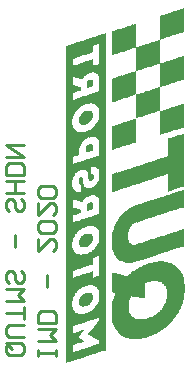
<source format=gbo>
G04*
G04 #@! TF.GenerationSoftware,Altium Limited,Altium Designer,19.0.10 (269)*
G04*
G04 Layer_Color=32896*
%FSLAX25Y25*%
%MOIN*%
G70*
G01*
G75*
%ADD10C,0.01000*%
G36*
X447357Y415189D02*
X446963D01*
Y415058D01*
X446307D01*
Y414926D01*
X445913D01*
Y414795D01*
X445519D01*
Y414664D01*
X445125D01*
Y414533D01*
X444731D01*
Y414401D01*
X444337D01*
Y414270D01*
X443943D01*
Y414139D01*
X443287D01*
Y413876D01*
X442499D01*
Y413745D01*
X442237D01*
Y413614D01*
X441843D01*
Y413482D01*
X441449D01*
Y413351D01*
X441055D01*
Y413220D01*
X440792D01*
Y413088D01*
X440398D01*
Y412957D01*
X439873D01*
Y412826D01*
X439611D01*
Y412694D01*
X439348D01*
Y420704D01*
X439742D01*
Y420835D01*
X440136D01*
Y420966D01*
X440530D01*
Y421097D01*
X440924D01*
Y421229D01*
X441318D01*
Y421360D01*
X441974D01*
Y421623D01*
X442105D01*
Y421491D01*
X442368D01*
Y421623D01*
X442630D01*
Y421754D01*
X443024D01*
Y421885D01*
X443418D01*
Y422016D01*
X443812D01*
Y422148D01*
X444206D01*
Y422279D01*
X444469D01*
Y422410D01*
X444994D01*
Y422542D01*
X445650D01*
Y422804D01*
X445782D01*
Y422673D01*
X446044D01*
Y422804D01*
X446438D01*
Y422935D01*
X446701D01*
Y423067D01*
X447094D01*
Y423198D01*
X447357D01*
Y415189D01*
D02*
G37*
G36*
X431470Y410200D02*
X431995D01*
Y410331D01*
X432258D01*
Y410462D01*
X432652D01*
Y410594D01*
X433046D01*
Y410725D01*
X433440D01*
Y410856D01*
X433834D01*
Y410988D01*
X434490D01*
Y411250D01*
X434621D01*
Y411119D01*
X434753D01*
Y411250D01*
X435147D01*
Y411381D01*
X435672D01*
Y411513D01*
X436066D01*
Y411644D01*
X436328D01*
Y411775D01*
X436722D01*
Y411907D01*
X437116D01*
Y412038D01*
X437510D01*
Y412169D01*
X438166D01*
Y412432D01*
X438298D01*
Y412300D01*
X438560D01*
Y412432D01*
X438823D01*
Y412563D01*
X439217D01*
Y412694D01*
X439348D01*
Y404817D01*
X439873D01*
Y404948D01*
X440136D01*
Y405079D01*
X440661D01*
Y405210D01*
X441055D01*
Y405342D01*
X441318D01*
Y405473D01*
X441711D01*
Y405604D01*
X442105D01*
Y405736D01*
X442237D01*
Y405604D01*
X442499D01*
Y405867D01*
X443156D01*
Y405998D01*
X443549D01*
Y406130D01*
X443943D01*
Y406261D01*
X444206D01*
Y406392D01*
X444600D01*
Y406524D01*
X444994D01*
Y406655D01*
X445388D01*
Y406786D01*
X445782D01*
Y406917D01*
X446175D01*
Y407049D01*
X446569D01*
Y407180D01*
X447226D01*
Y407311D01*
X447357D01*
Y399433D01*
X447094D01*
Y399302D01*
X446701D01*
Y399171D01*
X446307D01*
Y399040D01*
X446044D01*
Y398908D01*
X445650D01*
Y398777D01*
X445125D01*
Y398646D01*
X444731D01*
Y398514D01*
X444469D01*
Y398383D01*
X443812D01*
Y398120D01*
X443549D01*
Y398252D01*
X443418D01*
Y398120D01*
X443024D01*
Y397989D01*
X442630D01*
Y397858D01*
X442237D01*
Y397727D01*
X441974D01*
Y397595D01*
X441580D01*
Y397464D01*
X441186D01*
Y397333D01*
X440924D01*
Y397201D01*
X440004D01*
Y396939D01*
X439873D01*
Y397070D01*
X439742D01*
Y396939D01*
X439348D01*
Y389061D01*
X439085D01*
Y388930D01*
X438692D01*
Y388798D01*
X438429D01*
Y388667D01*
X438035D01*
Y388536D01*
X437641D01*
Y388405D01*
X437247D01*
Y388273D01*
X436853D01*
Y388142D01*
X436459D01*
Y388011D01*
X435803D01*
Y387879D01*
X435672D01*
Y387748D01*
X435540D01*
Y387879D01*
X435409D01*
Y387748D01*
X435015D01*
Y387617D01*
X434621D01*
Y387486D01*
X434359D01*
Y387354D01*
X433965D01*
Y387223D01*
X433571D01*
Y387092D01*
X433177D01*
Y386960D01*
X432914D01*
Y386829D01*
X432127D01*
Y386566D01*
X431995D01*
Y386698D01*
X431733D01*
Y386566D01*
X431470D01*
Y394444D01*
X431076D01*
Y394313D01*
X430682D01*
Y394182D01*
X430420D01*
Y394050D01*
X430026D01*
Y393919D01*
X429632D01*
Y393788D01*
X429369D01*
Y393656D01*
X428976D01*
Y393525D01*
X428582D01*
Y393394D01*
X428188D01*
Y393263D01*
X428056D01*
Y393394D01*
X427925D01*
Y393263D01*
X427794D01*
Y393131D01*
X427137D01*
Y393000D01*
X426612D01*
Y392869D01*
X426350D01*
Y392737D01*
X425956D01*
Y392606D01*
X425562D01*
Y392475D01*
X425299D01*
Y392343D01*
X424905D01*
Y392212D01*
X424511D01*
Y392081D01*
X424118D01*
Y391950D01*
X423855D01*
Y391818D01*
X423461D01*
Y399696D01*
X423592D01*
Y399827D01*
X423986D01*
Y399959D01*
X424380D01*
Y400090D01*
X424643D01*
Y400221D01*
X425037D01*
Y400353D01*
X425431D01*
Y400484D01*
X425693D01*
Y400615D01*
X426481D01*
Y400878D01*
X426612D01*
Y400746D01*
X426875D01*
Y400878D01*
X427269D01*
Y401009D01*
X427663D01*
Y401140D01*
X428056D01*
Y401272D01*
X428450D01*
Y401403D01*
X428713D01*
Y401534D01*
X429107D01*
Y401665D01*
X429501D01*
Y401797D01*
X430157D01*
Y402059D01*
X430289D01*
Y401928D01*
X430551D01*
Y402059D01*
X430945D01*
Y402191D01*
X431208D01*
Y402322D01*
X431470D01*
Y410069D01*
X430814D01*
Y409806D01*
X430682D01*
Y409937D01*
X430420D01*
Y409806D01*
X430026D01*
Y409675D01*
X429632D01*
Y409543D01*
X429369D01*
Y409412D01*
X428976D01*
Y409281D01*
X428582D01*
Y409149D01*
X428188D01*
Y409018D01*
X427794D01*
Y408887D01*
X427531D01*
Y408755D01*
X427137D01*
Y408624D01*
X427006D01*
Y408755D01*
X426744D01*
Y408493D01*
X426612D01*
Y408624D01*
X426481D01*
Y408493D01*
X426087D01*
Y408362D01*
X425562D01*
Y408230D01*
X425299D01*
Y408099D01*
X424905D01*
Y407968D01*
X424511D01*
Y407836D01*
X424118D01*
Y407705D01*
X423855D01*
Y407574D01*
X423461D01*
Y415452D01*
X423592D01*
Y415583D01*
X423986D01*
Y415714D01*
X424380D01*
Y415845D01*
X424643D01*
Y415977D01*
X425037D01*
Y416108D01*
X425168D01*
Y415977D01*
X425431D01*
Y416239D01*
X426218D01*
Y416371D01*
X426612D01*
Y416502D01*
X426875D01*
Y416633D01*
X427269D01*
Y416765D01*
X427663D01*
Y416896D01*
X428056D01*
Y417027D01*
X428450D01*
Y417159D01*
X428713D01*
Y417290D01*
X429107D01*
Y417421D01*
X429238D01*
Y417290D01*
X429369D01*
Y417421D01*
X429501D01*
Y417552D01*
X430157D01*
Y417815D01*
X430289D01*
Y417684D01*
X430682D01*
Y417815D01*
X430945D01*
Y417946D01*
X431339D01*
Y418078D01*
X431470D01*
Y410200D01*
D02*
G37*
G36*
X421229Y309102D02*
X421098D01*
Y309233D01*
X420835D01*
Y308970D01*
X420441D01*
Y308839D01*
X419785D01*
Y308708D01*
X419391D01*
Y308576D01*
X418997D01*
Y308445D01*
X418735D01*
Y308314D01*
X418341D01*
Y308182D01*
X417947D01*
Y308051D01*
X417553D01*
Y307920D01*
X417159D01*
Y307788D01*
X417028D01*
Y307920D01*
X416765D01*
Y307657D01*
X416109D01*
Y307526D01*
X415715D01*
Y307395D01*
X415321D01*
Y307263D01*
X414927D01*
Y307132D01*
X414664D01*
Y307001D01*
X414270D01*
Y306870D01*
X413876D01*
Y306738D01*
X413614D01*
Y306607D01*
X413220D01*
Y306476D01*
X412826D01*
Y306344D01*
X412038D01*
Y306213D01*
X411644D01*
Y306082D01*
X411251D01*
Y305950D01*
X410857D01*
Y305819D01*
X410594D01*
Y305688D01*
X410200D01*
Y305557D01*
X409806D01*
Y305425D01*
X409544D01*
Y305294D01*
X409150D01*
Y305163D01*
X408362D01*
Y304900D01*
X408099D01*
Y410725D01*
X408493D01*
Y410856D01*
X408756D01*
Y410988D01*
X409544D01*
Y411250D01*
X409675D01*
Y411119D01*
X409806D01*
Y411250D01*
X410200D01*
Y411381D01*
X410594D01*
Y411513D01*
X410988D01*
Y411644D01*
X411251D01*
Y411775D01*
X411644D01*
Y411907D01*
X412170D01*
Y412038D01*
X412564D01*
Y412169D01*
X413220D01*
Y412432D01*
X413351D01*
Y412300D01*
X413614D01*
Y412432D01*
X414008D01*
Y412563D01*
X414270D01*
Y412694D01*
X414664D01*
Y412826D01*
X415058D01*
Y412957D01*
X415321D01*
Y413088D01*
X415715D01*
Y413220D01*
X416109D01*
Y413351D01*
X416502D01*
Y413482D01*
X416896D01*
Y413614D01*
X417028D01*
Y413482D01*
X417290D01*
Y413745D01*
X417421D01*
Y413614D01*
X417553D01*
Y413745D01*
X417947D01*
Y413876D01*
X418341D01*
Y414007D01*
X418735D01*
Y414139D01*
X419128D01*
Y414270D01*
X419391D01*
Y414401D01*
X419785D01*
Y414533D01*
X420179D01*
Y414664D01*
X420835D01*
Y414926D01*
X420966D01*
Y414795D01*
X421098D01*
Y414926D01*
X421229D01*
Y309102D01*
D02*
G37*
G36*
X431470Y378557D02*
X431208D01*
Y378426D01*
X430814D01*
Y378295D01*
X430551D01*
Y378164D01*
X430157D01*
Y378032D01*
X429763D01*
Y377901D01*
X429369D01*
Y377769D01*
X429107D01*
Y377638D01*
X428319D01*
Y377376D01*
X428188D01*
Y377507D01*
X428056D01*
Y377376D01*
X427663D01*
Y377244D01*
X427137D01*
Y377113D01*
X426744D01*
Y376982D01*
X426481D01*
Y376851D01*
X426087D01*
Y376719D01*
X425693D01*
Y376588D01*
X425299D01*
Y376457D01*
X424643D01*
Y376194D01*
X424511D01*
Y376325D01*
X424249D01*
Y376194D01*
X423986D01*
Y376063D01*
X423592D01*
Y375931D01*
X423461D01*
Y383941D01*
X424118D01*
Y384072D01*
X424380D01*
Y384203D01*
X424774D01*
Y384334D01*
X425168D01*
Y384466D01*
X425562D01*
Y384597D01*
X425824D01*
Y384728D01*
X426218D01*
Y384860D01*
X426612D01*
Y384991D01*
X426744D01*
Y384860D01*
X426875D01*
Y385122D01*
X427794D01*
Y385254D01*
X428188D01*
Y385385D01*
X428450D01*
Y385516D01*
X428844D01*
Y385647D01*
X429238D01*
Y385779D01*
X429632D01*
Y385910D01*
X429895D01*
Y386041D01*
X430289D01*
Y386173D01*
X430682D01*
Y386304D01*
X430945D01*
Y386435D01*
X431470D01*
Y378557D01*
D02*
G37*
G36*
X447357Y383547D02*
X447226D01*
Y383415D01*
X446832D01*
Y383284D01*
X446438D01*
Y383153D01*
X446175D01*
Y383021D01*
X445650D01*
Y382890D01*
X445519D01*
Y383021D01*
X445256D01*
Y382759D01*
X444600D01*
Y382628D01*
X444206D01*
Y382496D01*
X443812D01*
Y382365D01*
X443418D01*
Y382234D01*
X443156D01*
Y382102D01*
X442762D01*
Y381971D01*
X442368D01*
Y381840D01*
X442105D01*
Y381708D01*
X441711D01*
Y381577D01*
X441186D01*
Y381446D01*
X440530D01*
Y381183D01*
X440398D01*
Y381315D01*
X440136D01*
Y381183D01*
X439742D01*
Y381052D01*
X439479D01*
Y380921D01*
X439348D01*
Y388930D01*
X440004D01*
Y389061D01*
X440267D01*
Y389192D01*
X440661D01*
Y389324D01*
X441186D01*
Y389455D01*
X441449D01*
Y389586D01*
X441843D01*
Y389718D01*
X442237D01*
Y389849D01*
X442630D01*
Y389980D01*
X442893D01*
Y390111D01*
X443287D01*
Y390243D01*
X443943D01*
Y390374D01*
X444337D01*
Y390505D01*
X444731D01*
Y390637D01*
X445125D01*
Y390768D01*
X445388D01*
Y390899D01*
X445913D01*
Y391031D01*
X446307D01*
Y391162D01*
X446701D01*
Y391293D01*
X446963D01*
Y391424D01*
X447357D01*
Y383547D01*
D02*
G37*
G36*
Y363721D02*
X447094D01*
Y363590D01*
X446307D01*
Y363327D01*
X446175D01*
Y363458D01*
X445913D01*
Y363327D01*
X445519D01*
Y363196D01*
X445125D01*
Y363064D01*
X444863D01*
Y362933D01*
X444469D01*
Y362802D01*
X444075D01*
Y362670D01*
X443812D01*
Y362539D01*
X443418D01*
Y362408D01*
X443024D01*
Y362277D01*
X442630D01*
Y362145D01*
X442499D01*
Y362277D01*
X442237D01*
Y362014D01*
X441843D01*
Y367791D01*
X441449D01*
Y367660D01*
X441055D01*
Y367528D01*
X440792D01*
Y367397D01*
X440398D01*
Y367266D01*
X439742D01*
Y367003D01*
X439611D01*
Y367134D01*
X439348D01*
Y367003D01*
X438954D01*
Y366872D01*
X438429D01*
Y366741D01*
X438166D01*
Y366609D01*
X437773D01*
Y366478D01*
X437379D01*
Y366347D01*
X437116D01*
Y366215D01*
X436722D01*
Y366084D01*
X435934D01*
Y365822D01*
X435803D01*
Y365953D01*
X435672D01*
Y365822D01*
X435278D01*
Y365690D01*
X434884D01*
Y365559D01*
X434490D01*
Y365428D01*
X434227D01*
Y365296D01*
X433834D01*
Y365165D01*
X433308D01*
Y365034D01*
X433046D01*
Y364902D01*
X432652D01*
Y364771D01*
X431864D01*
Y364509D01*
X431208D01*
Y364377D01*
X430814D01*
Y364246D01*
X430551D01*
Y364115D01*
X430157D01*
Y363983D01*
X429763D01*
Y363852D01*
X429369D01*
Y363721D01*
X429107D01*
Y363590D01*
X428582D01*
Y363458D01*
X428450D01*
Y363590D01*
X428188D01*
Y363327D01*
X428056D01*
Y363458D01*
X427925D01*
Y363327D01*
X427531D01*
Y363196D01*
X427137D01*
Y363064D01*
X426744D01*
Y362933D01*
X426481D01*
Y362802D01*
X426087D01*
Y362670D01*
X425693D01*
Y362539D01*
X425299D01*
Y362408D01*
X425037D01*
Y362277D01*
X424643D01*
Y362145D01*
X424511D01*
Y362277D01*
X424249D01*
Y362014D01*
X423592D01*
Y361883D01*
X423461D01*
Y367922D01*
X423724D01*
Y368054D01*
X424118D01*
Y368185D01*
X424774D01*
Y368447D01*
X424905D01*
Y368316D01*
X425168D01*
Y368447D01*
X425562D01*
Y368579D01*
X425824D01*
Y368710D01*
X426218D01*
Y368841D01*
X426612D01*
Y368973D01*
X427006D01*
Y369104D01*
X427400D01*
Y369235D01*
X427794D01*
Y369367D01*
X428188D01*
Y369498D01*
X428844D01*
Y369760D01*
X428976D01*
Y369629D01*
X429238D01*
Y369760D01*
X429632D01*
Y369892D01*
X429895D01*
Y370023D01*
X430289D01*
Y370154D01*
X430682D01*
Y370286D01*
X430945D01*
Y370417D01*
X431470D01*
Y370548D01*
X431864D01*
Y370679D01*
X432521D01*
Y370942D01*
X432652D01*
Y370811D01*
X432914D01*
Y370942D01*
X433308D01*
Y371073D01*
X433571D01*
Y371205D01*
X433965D01*
Y371336D01*
X434359D01*
Y371467D01*
X434753D01*
Y371599D01*
X435015D01*
Y371730D01*
X435409D01*
Y371861D01*
X435803D01*
Y371992D01*
X436591D01*
Y372255D01*
X437247D01*
Y372386D01*
X437641D01*
Y372518D01*
X438035D01*
Y372649D01*
X438429D01*
Y372780D01*
X438823D01*
Y372912D01*
X439085D01*
Y373043D01*
X439479D01*
Y373174D01*
X440136D01*
Y373437D01*
X440267D01*
Y373306D01*
X440530D01*
Y373568D01*
X441318D01*
Y373699D01*
X441711D01*
Y373831D01*
X441843D01*
Y379739D01*
X442105D01*
Y379870D01*
X442762D01*
Y380002D01*
X443287D01*
Y380133D01*
X443681D01*
Y380264D01*
X443943D01*
Y380396D01*
X444337D01*
Y380527D01*
X444731D01*
Y380658D01*
X445125D01*
Y380789D01*
X445388D01*
Y380921D01*
X445782D01*
Y381052D01*
X446569D01*
Y381183D01*
X446832D01*
Y381315D01*
X447226D01*
Y381446D01*
X447357D01*
Y363721D01*
D02*
G37*
G36*
Y357025D02*
X447226D01*
Y356762D01*
X447094D01*
Y356893D01*
X446832D01*
Y356631D01*
X446701D01*
Y356762D01*
X446569D01*
Y356631D01*
X446175D01*
Y356500D01*
X445782D01*
Y356368D01*
X445388D01*
Y356237D01*
X444994D01*
Y356106D01*
X444600D01*
Y355974D01*
X444206D01*
Y355843D01*
X443812D01*
Y355712D01*
X443156D01*
Y355449D01*
X443024D01*
Y355580D01*
X442762D01*
Y355449D01*
X442368D01*
Y355318D01*
X442105D01*
Y355187D01*
X441711D01*
Y355055D01*
X441318D01*
Y354924D01*
X440924D01*
Y354793D01*
X440661D01*
Y354661D01*
X440136D01*
Y354530D01*
X439742D01*
Y354399D01*
X439479D01*
Y354268D01*
X439348D01*
Y354399D01*
X439085D01*
Y354136D01*
X438429D01*
Y354005D01*
X438035D01*
Y353874D01*
X437641D01*
Y353742D01*
X437247D01*
Y353611D01*
X436853D01*
Y353480D01*
X436591D01*
Y353348D01*
X436197D01*
Y353217D01*
X435409D01*
Y352955D01*
X435278D01*
Y353086D01*
X435015D01*
Y352955D01*
X434621D01*
Y352823D01*
X434359D01*
Y352692D01*
X433965D01*
Y352561D01*
X433571D01*
Y352429D01*
X433177D01*
Y352298D01*
X432914D01*
Y352167D01*
X432521D01*
Y352035D01*
X432127D01*
Y351904D01*
X431864D01*
Y351773D01*
X431733D01*
Y351904D01*
X431470D01*
Y351642D01*
X430814D01*
Y351510D01*
X430551D01*
Y351248D01*
X430420D01*
Y351116D01*
X430157D01*
Y350985D01*
X430026D01*
Y350854D01*
X429895D01*
Y350723D01*
X429763D01*
Y350460D01*
X429632D01*
Y350329D01*
X429501D01*
Y350197D01*
X429369D01*
Y349803D01*
X429238D01*
Y349672D01*
X429107D01*
Y349278D01*
X428976D01*
Y348884D01*
X428844D01*
Y348622D01*
X428713D01*
Y347965D01*
X428582D01*
Y346521D01*
X428713D01*
Y345996D01*
X428844D01*
Y345602D01*
X428976D01*
Y345339D01*
X429107D01*
Y345077D01*
X429238D01*
Y344945D01*
X429369D01*
Y344814D01*
X429501D01*
Y344683D01*
X429763D01*
Y344551D01*
X430026D01*
Y344420D01*
X431339D01*
Y344551D01*
X431733D01*
Y344683D01*
X432127D01*
Y344814D01*
X432389D01*
Y344945D01*
X433177D01*
Y345077D01*
X433571D01*
Y345208D01*
X433965D01*
Y345339D01*
X434359D01*
Y345471D01*
X434753D01*
Y345602D01*
X435015D01*
Y345733D01*
X435409D01*
Y345865D01*
X435803D01*
Y345996D01*
X435934D01*
Y345865D01*
X436066D01*
Y346127D01*
X436853D01*
Y346258D01*
X437247D01*
Y346521D01*
X437379D01*
Y346390D01*
X437510D01*
Y346521D01*
X437904D01*
Y346652D01*
X438298D01*
Y346784D01*
X438823D01*
Y346915D01*
X439085D01*
Y347046D01*
X439479D01*
Y347178D01*
X439873D01*
Y347309D01*
X440136D01*
Y347440D01*
X440924D01*
Y347703D01*
X441055D01*
Y347571D01*
X441318D01*
Y347703D01*
X441711D01*
Y347834D01*
X441974D01*
Y347965D01*
X442368D01*
Y348096D01*
X442630D01*
Y348228D01*
X443024D01*
Y348359D01*
X443549D01*
Y348490D01*
X443943D01*
Y348622D01*
X444206D01*
Y348753D01*
X444994D01*
Y349016D01*
X445125D01*
Y348884D01*
X445256D01*
Y349016D01*
X445650D01*
Y349147D01*
X446044D01*
Y349278D01*
X446438D01*
Y349410D01*
X446701D01*
Y349541D01*
X447094D01*
Y349672D01*
X447357D01*
Y343764D01*
X446701D01*
Y343633D01*
X446307D01*
Y343501D01*
X446044D01*
Y343370D01*
X445519D01*
Y343239D01*
X445125D01*
Y343107D01*
X444731D01*
Y342976D01*
X444469D01*
Y342845D01*
X443812D01*
Y342582D01*
X443681D01*
Y342713D01*
X443418D01*
Y342582D01*
X443024D01*
Y342451D01*
X442630D01*
Y342319D01*
X442237D01*
Y342188D01*
X441974D01*
Y342057D01*
X441580D01*
Y341926D01*
X441186D01*
Y341794D01*
X440792D01*
Y341663D01*
X440398D01*
Y341532D01*
X440004D01*
Y341400D01*
X439873D01*
Y341532D01*
X439742D01*
Y341269D01*
X438954D01*
Y341138D01*
X438560D01*
Y341006D01*
X438298D01*
Y340875D01*
X437904D01*
Y340744D01*
X437510D01*
Y340613D01*
X437116D01*
Y340481D01*
X436853D01*
Y340350D01*
X436459D01*
Y340219D01*
X435934D01*
Y340088D01*
X435672D01*
Y339956D01*
X434884D01*
Y339694D01*
X434753D01*
Y339825D01*
X434621D01*
Y339694D01*
X434227D01*
Y339562D01*
X433834D01*
Y339431D01*
X433440D01*
Y339300D01*
X433177D01*
Y339168D01*
X432783D01*
Y339037D01*
X432389D01*
Y338906D01*
X432258D01*
Y339037D01*
X432127D01*
Y338906D01*
X431995D01*
Y338774D01*
X431208D01*
Y338643D01*
X430814D01*
Y338512D01*
X430289D01*
Y338381D01*
X429501D01*
Y338249D01*
X428188D01*
Y338381D01*
X427531D01*
Y338512D01*
X427137D01*
Y338643D01*
X426875D01*
Y338774D01*
X426350D01*
Y339037D01*
X426218D01*
Y338906D01*
X426087D01*
Y339037D01*
X425824D01*
Y339168D01*
X425693D01*
Y339431D01*
X425431D01*
Y339562D01*
X425299D01*
Y339694D01*
X425037D01*
Y339825D01*
X424905D01*
Y339956D01*
X424774D01*
Y340219D01*
X424643D01*
Y340350D01*
X424511D01*
Y340481D01*
X424380D01*
Y340875D01*
X424249D01*
Y341006D01*
X424118D01*
Y341269D01*
X423986D01*
Y341532D01*
X423855D01*
Y341794D01*
X423724D01*
Y342188D01*
X423592D01*
Y342582D01*
X423461D01*
Y342976D01*
X423330D01*
Y343501D01*
X423199D01*
Y347440D01*
X423330D01*
Y348096D01*
X423461D01*
Y348753D01*
X423592D01*
Y349016D01*
X423724D01*
Y349410D01*
X423855D01*
Y349803D01*
X423986D01*
Y350197D01*
X424118D01*
Y350591D01*
X424249D01*
Y350723D01*
X424380D01*
Y351248D01*
X424511D01*
Y351510D01*
X424643D01*
Y351773D01*
X424774D01*
Y351904D01*
X424905D01*
Y352167D01*
X425037D01*
Y352429D01*
X425168D01*
Y352561D01*
X425299D01*
Y352823D01*
X425431D01*
Y352955D01*
X425562D01*
Y353086D01*
X425693D01*
Y353480D01*
X425824D01*
Y353611D01*
X425956D01*
Y353742D01*
X426087D01*
Y354005D01*
X426350D01*
Y354268D01*
X426612D01*
Y354530D01*
X426875D01*
Y354793D01*
X427006D01*
Y354924D01*
X427269D01*
Y355187D01*
X427400D01*
Y355318D01*
X427663D01*
Y355580D01*
X427925D01*
Y355712D01*
X428188D01*
Y355974D01*
X428450D01*
Y356106D01*
X428582D01*
Y356237D01*
X428713D01*
Y356368D01*
X428976D01*
Y356500D01*
X429369D01*
Y356631D01*
X429501D01*
Y356762D01*
X429763D01*
Y356893D01*
X430026D01*
Y357025D01*
X430289D01*
Y357156D01*
X430551D01*
Y357287D01*
X430682D01*
Y357419D01*
X431076D01*
Y357550D01*
X431470D01*
Y357681D01*
X431864D01*
Y357812D01*
X432521D01*
Y358075D01*
X432652D01*
Y357944D01*
X432914D01*
Y358075D01*
X433440D01*
Y358206D01*
X433702D01*
Y358338D01*
X434096D01*
Y358469D01*
X434490D01*
Y358600D01*
X434753D01*
Y358732D01*
X435147D01*
Y358863D01*
X435540D01*
Y358994D01*
X435934D01*
Y359125D01*
X436591D01*
Y359388D01*
X436722D01*
Y359257D01*
X436985D01*
Y359388D01*
X437247D01*
Y359519D01*
X437641D01*
Y359651D01*
X438166D01*
Y359782D01*
X438560D01*
Y359913D01*
X438823D01*
Y360045D01*
X439217D01*
Y360176D01*
X439611D01*
Y360307D01*
X440267D01*
Y360438D01*
X440661D01*
Y360570D01*
X441055D01*
Y360701D01*
X441318D01*
Y360832D01*
X441711D01*
Y360964D01*
X442105D01*
Y361095D01*
X442499D01*
Y361226D01*
X442893D01*
Y361357D01*
X443287D01*
Y361489D01*
X443681D01*
Y361620D01*
X444337D01*
Y361883D01*
X445125D01*
Y362014D01*
X445388D01*
Y362145D01*
X445782D01*
Y362277D01*
X446175D01*
Y362408D01*
X446569D01*
Y362539D01*
X446832D01*
Y362670D01*
X447226D01*
Y362802D01*
X447357D01*
Y357025D01*
D02*
G37*
G36*
X440792Y338643D02*
X441580D01*
Y338512D01*
X441974D01*
Y338643D01*
X442105D01*
Y338381D01*
X442762D01*
Y338249D01*
X443024D01*
Y338118D01*
X443418D01*
Y337987D01*
X443549D01*
Y337855D01*
X443812D01*
Y337724D01*
X443943D01*
Y337593D01*
X444337D01*
Y337330D01*
X444469D01*
Y337199D01*
X444600D01*
Y337330D01*
X444731D01*
Y337068D01*
X444994D01*
Y336805D01*
X445125D01*
Y336674D01*
X445256D01*
Y336543D01*
X445388D01*
Y336411D01*
X445519D01*
Y336280D01*
X445650D01*
Y336149D01*
X445782D01*
Y336017D01*
X445913D01*
Y335755D01*
X446175D01*
Y335492D01*
X446307D01*
Y335098D01*
X446438D01*
Y334967D01*
X446569D01*
Y334704D01*
X446701D01*
Y334442D01*
X446832D01*
Y334179D01*
X446963D01*
Y333785D01*
X447094D01*
Y333523D01*
X447226D01*
Y332997D01*
X447357D01*
Y332604D01*
X447488D01*
Y331291D01*
X447751D01*
Y328402D01*
X447488D01*
Y326827D01*
X447357D01*
Y326301D01*
X447226D01*
Y325907D01*
X447094D01*
Y325514D01*
X446963D01*
Y324988D01*
X446832D01*
Y324726D01*
X446701D01*
Y324332D01*
X446569D01*
Y323938D01*
X446438D01*
Y323807D01*
X446307D01*
Y323282D01*
X446175D01*
Y323019D01*
X446044D01*
Y322756D01*
X445913D01*
Y322494D01*
X445782D01*
Y322231D01*
X445650D01*
Y321969D01*
X445519D01*
Y321706D01*
X445388D01*
Y321575D01*
X445256D01*
Y321312D01*
X445125D01*
Y321181D01*
X444994D01*
Y320787D01*
X444731D01*
Y320524D01*
X444600D01*
Y320262D01*
X444469D01*
Y320130D01*
X444337D01*
Y319999D01*
X444206D01*
Y319868D01*
X444075D01*
Y319605D01*
X443943D01*
Y319474D01*
X443812D01*
Y319211D01*
X443549D01*
Y318949D01*
X443418D01*
Y318817D01*
X443287D01*
Y318686D01*
X443156D01*
Y318555D01*
X443024D01*
Y318424D01*
X442893D01*
Y318292D01*
X442762D01*
Y318161D01*
X442630D01*
Y318030D01*
X442499D01*
Y317898D01*
X442368D01*
Y317767D01*
X442237D01*
Y317636D01*
X442105D01*
Y317505D01*
X441974D01*
Y317373D01*
X441843D01*
Y317242D01*
X441711D01*
Y317111D01*
X441580D01*
Y316979D01*
X441318D01*
Y316848D01*
X441186D01*
Y316717D01*
X441055D01*
Y316585D01*
X440792D01*
Y316454D01*
X440661D01*
Y316323D01*
X440530D01*
Y316192D01*
X440267D01*
Y316060D01*
X440136D01*
Y315929D01*
X439873D01*
Y315798D01*
X439742D01*
Y315666D01*
X439611D01*
Y315535D01*
X439217D01*
Y315272D01*
X439085D01*
Y315141D01*
X438954D01*
Y315272D01*
X438823D01*
Y315141D01*
X438560D01*
Y315010D01*
X438429D01*
Y314879D01*
X438166D01*
Y314747D01*
X437904D01*
Y314616D01*
X437641D01*
Y314485D01*
X437379D01*
Y314353D01*
X437116D01*
Y314222D01*
X436591D01*
Y313960D01*
X436459D01*
Y314091D01*
X436328D01*
Y313960D01*
X435934D01*
Y313828D01*
X435672D01*
Y313697D01*
X435278D01*
Y313566D01*
X434884D01*
Y313434D01*
X434490D01*
Y313303D01*
X434096D01*
Y313172D01*
X433440D01*
Y313040D01*
X432914D01*
Y312909D01*
X429369D01*
Y313040D01*
X428844D01*
Y313172D01*
X428450D01*
Y313303D01*
X428056D01*
Y313434D01*
X427794D01*
Y313566D01*
X427400D01*
Y313697D01*
X427137D01*
Y313828D01*
X427006D01*
Y313960D01*
X426875D01*
Y314091D01*
X426744D01*
Y313960D01*
X426612D01*
Y314091D01*
X426481D01*
Y314222D01*
X426218D01*
Y314353D01*
X426087D01*
Y314485D01*
X425956D01*
Y314616D01*
X425824D01*
Y314747D01*
X425693D01*
Y314879D01*
X425562D01*
Y315010D01*
X425431D01*
Y315141D01*
X425299D01*
Y315272D01*
X425168D01*
Y315535D01*
X424905D01*
Y315798D01*
X424774D01*
Y315929D01*
X424643D01*
Y316060D01*
X424511D01*
Y316323D01*
X424380D01*
Y316585D01*
X424249D01*
Y316848D01*
X424118D01*
Y317111D01*
X423986D01*
Y317505D01*
X423855D01*
Y317767D01*
X423724D01*
Y318030D01*
X423592D01*
Y318424D01*
X423461D01*
Y318817D01*
X423330D01*
Y319343D01*
X423199D01*
Y324201D01*
X423330D01*
Y324857D01*
X423461D01*
Y325514D01*
X423592D01*
Y325776D01*
X423724D01*
Y326301D01*
X423855D01*
Y326695D01*
X423986D01*
Y326958D01*
X424118D01*
Y327352D01*
X424249D01*
Y327614D01*
X424380D01*
Y328402D01*
X423592D01*
Y328533D01*
X423461D01*
Y334836D01*
X423592D01*
Y334704D01*
X423724D01*
Y334836D01*
X424118D01*
Y334967D01*
X424380D01*
Y334836D01*
X424905D01*
Y334704D01*
X425299D01*
Y334573D01*
X426087D01*
Y334442D01*
X426481D01*
Y334310D01*
X426875D01*
Y334179D01*
X427400D01*
Y334048D01*
X427794D01*
Y333916D01*
X428450D01*
Y334048D01*
X428582D01*
Y334179D01*
X428713D01*
Y334310D01*
X428844D01*
Y334442D01*
X428976D01*
Y334573D01*
X429107D01*
Y334704D01*
X429238D01*
Y334836D01*
X429369D01*
Y334704D01*
X429501D01*
Y334967D01*
X429632D01*
Y335098D01*
X429763D01*
Y335229D01*
X430026D01*
Y335361D01*
X430157D01*
Y335492D01*
X430289D01*
Y335623D01*
X430551D01*
Y335755D01*
X430945D01*
Y336149D01*
X431076D01*
Y336017D01*
X431208D01*
Y336149D01*
X431470D01*
Y336411D01*
X431864D01*
Y336543D01*
X432127D01*
Y336674D01*
X432258D01*
Y336805D01*
X432389D01*
Y336936D01*
X432652D01*
Y337068D01*
X433177D01*
Y337330D01*
X433308D01*
Y337199D01*
X433571D01*
Y337330D01*
X433702D01*
Y337461D01*
X433965D01*
Y337593D01*
X434359D01*
Y337724D01*
X434621D01*
Y337855D01*
X434884D01*
Y337987D01*
X435278D01*
Y338118D01*
X435672D01*
Y338249D01*
X436066D01*
Y338381D01*
X437116D01*
Y338643D01*
X437247D01*
Y338512D01*
X437641D01*
Y338643D01*
X438692D01*
Y338774D01*
X440792D01*
Y338643D01*
D02*
G37*
%LPC*%
G36*
X439348Y404685D02*
X438692D01*
Y404554D01*
X438429D01*
Y404423D01*
X438035D01*
Y404291D01*
X437641D01*
Y404160D01*
X437247D01*
Y404029D01*
X436853D01*
Y403898D01*
X436591D01*
Y403766D01*
X436197D01*
Y403635D01*
X436066D01*
Y403766D01*
X435934D01*
Y403504D01*
X435015D01*
Y403372D01*
X434621D01*
Y403241D01*
X434359D01*
Y403110D01*
X433965D01*
Y402979D01*
X433571D01*
Y402847D01*
X433177D01*
Y402716D01*
X432914D01*
Y402585D01*
X432521D01*
Y402453D01*
X432127D01*
Y402322D01*
X431864D01*
Y402191D01*
X431470D01*
Y394444D01*
X431995D01*
Y394576D01*
X432258D01*
Y394707D01*
X432652D01*
Y394838D01*
X433046D01*
Y394969D01*
X433440D01*
Y395101D01*
X433834D01*
Y395232D01*
X434096D01*
Y395363D01*
X434227D01*
Y395232D01*
X434490D01*
Y395495D01*
X435147D01*
Y395626D01*
X435540D01*
Y395757D01*
X435934D01*
Y395888D01*
X436328D01*
Y396020D01*
X436722D01*
Y396151D01*
X437116D01*
Y396282D01*
X437510D01*
Y396414D01*
X437773D01*
Y396545D01*
X438166D01*
Y396676D01*
X438560D01*
Y396808D01*
X439217D01*
Y397070D01*
X439348D01*
Y404685D01*
D02*
G37*
G36*
X419128Y411250D02*
X418603D01*
Y411119D01*
X418209D01*
Y410988D01*
X417815D01*
Y410856D01*
X417421D01*
Y410725D01*
X417159D01*
Y410594D01*
X417028D01*
Y408493D01*
X416765D01*
Y408362D01*
X416371D01*
Y408230D01*
X416109D01*
Y408099D01*
X415715D01*
Y407968D01*
X415190D01*
Y407836D01*
X414927D01*
Y407705D01*
X414533D01*
Y407574D01*
X413745D01*
Y407311D01*
X413614D01*
Y407443D01*
X413483D01*
Y407311D01*
X413089D01*
Y407180D01*
X412695D01*
Y407049D01*
X412432D01*
Y406917D01*
X412038D01*
Y406786D01*
X411644D01*
Y406655D01*
X411251D01*
Y406524D01*
X410857D01*
Y406392D01*
X410463D01*
Y406261D01*
X410200D01*
Y404160D01*
X410725D01*
Y404291D01*
X411513D01*
Y404554D01*
X411644D01*
Y404423D01*
X411907D01*
Y404554D01*
X412301D01*
Y404685D01*
X412564D01*
Y404817D01*
X412957D01*
Y404948D01*
X413351D01*
Y405079D01*
X413745D01*
Y405210D01*
X414008D01*
Y405342D01*
X414402D01*
Y405473D01*
X414796D01*
Y405604D01*
X415583D01*
Y405867D01*
X416371D01*
Y405998D01*
X416634D01*
Y406130D01*
X417028D01*
Y404160D01*
X417421D01*
Y404291D01*
X418209D01*
Y404554D01*
X418341D01*
Y404423D01*
X418603D01*
Y404554D01*
X418997D01*
Y404817D01*
X419128D01*
Y411250D01*
D02*
G37*
G36*
X417421Y401797D02*
X416502D01*
Y401665D01*
X416109D01*
Y401534D01*
X415715D01*
Y401403D01*
X415321D01*
Y401272D01*
X415190D01*
Y401140D01*
X414927D01*
Y401009D01*
X414664D01*
Y400746D01*
X414402D01*
Y400615D01*
X414139D01*
Y400353D01*
X413876D01*
Y400090D01*
X413745D01*
Y399959D01*
X413614D01*
Y399696D01*
X413483D01*
Y399565D01*
X413351D01*
Y399433D01*
X413220D01*
Y399565D01*
X413089D01*
Y399433D01*
X412957D01*
Y399696D01*
X412170D01*
Y399827D01*
X411644D01*
Y399959D01*
X411251D01*
Y400090D01*
X410857D01*
Y400221D01*
X410331D01*
Y400090D01*
X410200D01*
Y397595D01*
X410594D01*
Y397464D01*
X410988D01*
Y397333D01*
X411513D01*
Y397201D01*
X412038D01*
Y397070D01*
X412432D01*
Y396939D01*
X412826D01*
Y395757D01*
X412695D01*
Y395626D01*
X412038D01*
Y395495D01*
X411644D01*
Y395363D01*
X411251D01*
Y395232D01*
X410857D01*
Y395101D01*
X410594D01*
Y394969D01*
X410200D01*
Y392737D01*
X410857D01*
Y393000D01*
X410988D01*
Y392869D01*
X411119D01*
Y393000D01*
X411513D01*
Y393131D01*
X411907D01*
Y393263D01*
X412301D01*
Y393394D01*
X412564D01*
Y393525D01*
X413089D01*
Y393656D01*
X413483D01*
Y393788D01*
X413745D01*
Y393919D01*
X414533D01*
Y394182D01*
X414664D01*
Y394050D01*
X414927D01*
Y394313D01*
X415583D01*
Y394444D01*
X415977D01*
Y394576D01*
X416371D01*
Y394707D01*
X416634D01*
Y394838D01*
X417028D01*
Y394969D01*
X417421D01*
Y395101D01*
X417815D01*
Y395232D01*
X418209D01*
Y395363D01*
X418341D01*
Y395232D01*
X418603D01*
Y395495D01*
X419128D01*
Y400090D01*
X418997D01*
Y400484D01*
X418866D01*
Y400746D01*
X418735D01*
Y400878D01*
X418603D01*
Y401140D01*
X418472D01*
Y401272D01*
X418209D01*
Y401403D01*
X418078D01*
Y401534D01*
X417815D01*
Y401665D01*
X417421D01*
Y401797D01*
D02*
G37*
G36*
X416502Y391556D02*
X415846D01*
Y391424D01*
X415190D01*
Y391293D01*
X414796D01*
Y391162D01*
X414402D01*
Y391031D01*
X414008D01*
Y390899D01*
X413745D01*
Y390768D01*
X413614D01*
Y390637D01*
X413220D01*
Y390505D01*
X412957D01*
Y390374D01*
X412826D01*
Y390243D01*
X412564D01*
Y389980D01*
X412432D01*
Y389849D01*
X412170D01*
Y389718D01*
X412038D01*
Y389455D01*
X411907D01*
Y389324D01*
X411776D01*
Y389192D01*
X411644D01*
Y389061D01*
X411382D01*
Y388798D01*
X411251D01*
Y388667D01*
X411119D01*
Y388405D01*
X410988D01*
Y388273D01*
X410857D01*
Y387879D01*
X410725D01*
Y387748D01*
X410594D01*
Y387354D01*
X410463D01*
Y387092D01*
X410331D01*
Y386566D01*
X410200D01*
Y386173D01*
X410069D01*
Y384203D01*
X410200D01*
Y383809D01*
X410331D01*
Y383547D01*
X410463D01*
Y383284D01*
X410594D01*
Y383021D01*
X410725D01*
Y382890D01*
X410857D01*
Y382759D01*
X410988D01*
Y382628D01*
X411119D01*
Y382496D01*
X411251D01*
Y382365D01*
X411382D01*
Y382234D01*
X411644D01*
Y382102D01*
X412038D01*
Y381971D01*
X412432D01*
Y381840D01*
X413745D01*
Y381971D01*
X414270D01*
Y382102D01*
X414664D01*
Y382234D01*
X415058D01*
Y382365D01*
X415452D01*
Y382628D01*
X415977D01*
Y382759D01*
X416240D01*
Y383021D01*
X416502D01*
Y383153D01*
X416634D01*
Y383284D01*
X416765D01*
Y383415D01*
X417028D01*
Y383547D01*
X417159D01*
Y383678D01*
X417290D01*
Y383809D01*
X417421D01*
Y383941D01*
X417553D01*
Y384072D01*
X417684D01*
Y384203D01*
X417815D01*
Y384466D01*
X417947D01*
Y384597D01*
X418078D01*
Y384860D01*
X418209D01*
Y384991D01*
X418341D01*
Y385122D01*
X418472D01*
Y385385D01*
X418603D01*
Y385647D01*
X418735D01*
Y385910D01*
X418866D01*
Y386304D01*
X418997D01*
Y386698D01*
X419128D01*
Y389455D01*
X418997D01*
Y389718D01*
X418866D01*
Y389980D01*
X418735D01*
Y390374D01*
X418472D01*
Y390637D01*
X418209D01*
Y390768D01*
X418078D01*
Y390899D01*
X417947D01*
Y391031D01*
X417815D01*
Y391162D01*
X417553D01*
Y391293D01*
X417159D01*
Y391424D01*
X416502D01*
Y391556D01*
D02*
G37*
G36*
X417815Y380264D02*
X415846D01*
Y380002D01*
X415715D01*
Y380133D01*
X415452D01*
Y380002D01*
X415190D01*
Y379870D01*
X414927D01*
Y379739D01*
X414796D01*
Y379608D01*
X414664D01*
Y379476D01*
X414402D01*
Y379345D01*
X414270D01*
Y379214D01*
X414139D01*
Y379082D01*
X413876D01*
Y378951D01*
X413745D01*
Y378820D01*
X413614D01*
Y378557D01*
X413483D01*
Y378426D01*
X413351D01*
Y378295D01*
X413220D01*
Y378032D01*
X413089D01*
Y377901D01*
X412957D01*
Y377638D01*
X412826D01*
Y377376D01*
X412695D01*
Y376982D01*
X412564D01*
Y376457D01*
X412432D01*
Y374224D01*
X412038D01*
Y374093D01*
X411776D01*
Y373962D01*
X411119D01*
Y373831D01*
X410988D01*
Y373699D01*
X410857D01*
Y373831D01*
X410725D01*
Y373699D01*
X410331D01*
Y373437D01*
X410200D01*
Y371336D01*
X410725D01*
Y371467D01*
X411119D01*
Y371599D01*
X411382D01*
Y371730D01*
X411776D01*
Y371861D01*
X412170D01*
Y371992D01*
X412826D01*
Y372255D01*
X413614D01*
Y372386D01*
X414008D01*
Y372518D01*
X414270D01*
Y372649D01*
X414796D01*
Y372780D01*
X415190D01*
Y372912D01*
X415452D01*
Y373043D01*
X415846D01*
Y373174D01*
X416502D01*
Y373437D01*
X416634D01*
Y373306D01*
X416896D01*
Y373568D01*
X417684D01*
Y373699D01*
X417947D01*
Y373831D01*
X418341D01*
Y373962D01*
X418735D01*
Y374093D01*
X419128D01*
Y378689D01*
X418997D01*
Y379082D01*
X418866D01*
Y379345D01*
X418735D01*
Y379476D01*
X418603D01*
Y379608D01*
X418472D01*
Y379870D01*
X418341D01*
Y380002D01*
X418078D01*
Y380133D01*
X417815D01*
Y380264D01*
D02*
G37*
G36*
X417553Y370286D02*
X416896D01*
Y370154D01*
X416371D01*
Y370023D01*
X416240D01*
Y368054D01*
X416765D01*
Y367922D01*
X416896D01*
Y367791D01*
X417028D01*
Y367660D01*
X417159D01*
Y367134D01*
X417290D01*
Y367003D01*
X417159D01*
Y366347D01*
X417028D01*
Y366084D01*
X416896D01*
Y365822D01*
X416765D01*
Y365690D01*
X416634D01*
Y365559D01*
X415715D01*
Y365822D01*
X415583D01*
Y366347D01*
X415452D01*
Y367266D01*
X415321D01*
Y368316D01*
X415190D01*
Y368447D01*
X415058D01*
Y368710D01*
X414927D01*
Y368973D01*
X414796D01*
Y369104D01*
X414664D01*
Y369235D01*
X414402D01*
Y369367D01*
X413089D01*
Y369235D01*
X412564D01*
Y369104D01*
X412432D01*
Y368973D01*
X412038D01*
Y368710D01*
X411776D01*
Y368579D01*
X411644D01*
Y368447D01*
X411513D01*
Y368316D01*
X411382D01*
Y368185D01*
X411119D01*
Y367922D01*
X410988D01*
Y367791D01*
X410857D01*
Y367397D01*
X410725D01*
Y367134D01*
X410594D01*
Y367003D01*
X410463D01*
Y366741D01*
X410331D01*
Y366347D01*
X410200D01*
Y365822D01*
X410069D01*
Y363721D01*
X410200D01*
Y363458D01*
X410331D01*
Y363196D01*
X410463D01*
Y362933D01*
X410594D01*
Y362670D01*
X410725D01*
Y362539D01*
X410857D01*
Y362277D01*
X411119D01*
Y362145D01*
X411251D01*
Y362014D01*
X411776D01*
Y361883D01*
X412432D01*
Y362014D01*
X412826D01*
Y362145D01*
X412957D01*
Y364377D01*
X412564D01*
Y364509D01*
X412301D01*
Y364771D01*
X412170D01*
Y366347D01*
X412301D01*
Y366478D01*
X412432D01*
Y366741D01*
X412564D01*
Y366872D01*
X412695D01*
Y367003D01*
X413351D01*
Y366741D01*
X413483D01*
Y366609D01*
X413614D01*
Y365034D01*
X413745D01*
Y364509D01*
X413876D01*
Y364246D01*
X414008D01*
Y363983D01*
X414139D01*
Y363721D01*
X414270D01*
Y363590D01*
X414402D01*
Y363458D01*
X414533D01*
Y363327D01*
X414796D01*
Y363196D01*
X416240D01*
Y363327D01*
X416502D01*
Y363458D01*
X416765D01*
Y363590D01*
X417028D01*
Y363721D01*
X417290D01*
Y363852D01*
X417421D01*
Y363983D01*
X417684D01*
Y364115D01*
X417815D01*
Y364377D01*
X418078D01*
Y364640D01*
X418209D01*
Y364771D01*
X418341D01*
Y364902D01*
X418472D01*
Y365165D01*
X418603D01*
Y365296D01*
X418735D01*
Y365690D01*
X418866D01*
Y365953D01*
X418997D01*
Y366215D01*
X419128D01*
Y368973D01*
X418997D01*
Y369104D01*
X418866D01*
Y369498D01*
X418735D01*
Y369629D01*
X418472D01*
Y369892D01*
X418209D01*
Y370023D01*
X417947D01*
Y370154D01*
X417553D01*
Y370286D01*
D02*
G37*
G36*
Y360832D02*
X416371D01*
Y360701D01*
X415583D01*
Y360438D01*
X415452D01*
Y360570D01*
X415321D01*
Y360438D01*
X415058D01*
Y360307D01*
X414927D01*
Y360176D01*
X414796D01*
Y360045D01*
X414664D01*
Y359913D01*
X414402D01*
Y359782D01*
X414270D01*
Y359651D01*
X414139D01*
Y359519D01*
X413876D01*
Y359257D01*
X413745D01*
Y359125D01*
X413614D01*
Y358732D01*
X413351D01*
Y358600D01*
X412957D01*
Y358732D01*
X412564D01*
Y358863D01*
X412170D01*
Y358994D01*
X411776D01*
Y359125D01*
X411382D01*
Y359257D01*
X410988D01*
Y359388D01*
X410200D01*
Y356631D01*
X410725D01*
Y356500D01*
X411644D01*
Y356237D01*
X411907D01*
Y356368D01*
X412038D01*
Y356237D01*
X412564D01*
Y356106D01*
X412826D01*
Y354924D01*
X412564D01*
Y354793D01*
X412170D01*
Y354661D01*
X411907D01*
Y354530D01*
X411513D01*
Y354399D01*
X410857D01*
Y354136D01*
X410200D01*
Y351904D01*
X410725D01*
Y352035D01*
X411119D01*
Y352167D01*
X411382D01*
Y352298D01*
X411907D01*
Y352429D01*
X412564D01*
Y352561D01*
X412695D01*
Y352692D01*
X412826D01*
Y352561D01*
X412957D01*
Y352823D01*
X413745D01*
Y352955D01*
X414008D01*
Y353086D01*
X414402D01*
Y353217D01*
X414796D01*
Y353348D01*
X415190D01*
Y353480D01*
X415452D01*
Y353611D01*
X415846D01*
Y353742D01*
X416634D01*
Y354005D01*
X417421D01*
Y354136D01*
X417815D01*
Y354268D01*
X418078D01*
Y354399D01*
X418472D01*
Y354530D01*
X418866D01*
Y354661D01*
X419128D01*
Y359257D01*
X418997D01*
Y359651D01*
X418866D01*
Y359913D01*
X418735D01*
Y360176D01*
X418472D01*
Y360438D01*
X418341D01*
Y360570D01*
X418209D01*
Y360438D01*
X418078D01*
Y360701D01*
X417553D01*
Y360832D01*
D02*
G37*
G36*
X416765Y350591D02*
X415715D01*
Y350460D01*
X415058D01*
Y350329D01*
X414270D01*
Y350066D01*
X414139D01*
Y350197D01*
X414008D01*
Y350066D01*
X413745D01*
Y349935D01*
X413614D01*
Y349803D01*
X413351D01*
Y349672D01*
X413089D01*
Y349541D01*
X412957D01*
Y349410D01*
X412695D01*
Y349278D01*
X412564D01*
Y349147D01*
X412432D01*
Y349016D01*
X412038D01*
Y348753D01*
X411907D01*
Y348622D01*
X411776D01*
Y348490D01*
X411644D01*
Y348228D01*
X411513D01*
Y348096D01*
X411382D01*
Y347965D01*
X411251D01*
Y347834D01*
X411119D01*
Y347571D01*
X410988D01*
Y347309D01*
X410857D01*
Y347046D01*
X410725D01*
Y346784D01*
X410594D01*
Y346521D01*
X410463D01*
Y346258D01*
X410331D01*
Y345865D01*
X410200D01*
Y345208D01*
X410069D01*
Y343370D01*
X410200D01*
Y342976D01*
X410331D01*
Y342713D01*
X410463D01*
Y342451D01*
X410594D01*
Y342319D01*
X410725D01*
Y342057D01*
X410857D01*
Y341794D01*
X411119D01*
Y341532D01*
X411251D01*
Y341400D01*
X411513D01*
Y341269D01*
X411776D01*
Y341138D01*
X412695D01*
Y340875D01*
X413351D01*
Y341138D01*
X414533D01*
Y341269D01*
X414927D01*
Y341400D01*
X415321D01*
Y341532D01*
X415452D01*
Y341663D01*
X415715D01*
Y341794D01*
X415977D01*
Y341926D01*
X416109D01*
Y342057D01*
X416502D01*
Y342319D01*
X416634D01*
Y342451D01*
X416896D01*
Y342713D01*
X417290D01*
Y342976D01*
X417553D01*
Y343239D01*
X417684D01*
Y343370D01*
X417815D01*
Y343633D01*
X417947D01*
Y343764D01*
X418078D01*
Y343895D01*
X418209D01*
Y344158D01*
X418341D01*
Y344289D01*
X418472D01*
Y344551D01*
X418603D01*
Y344814D01*
X418735D01*
Y345077D01*
X418866D01*
Y345471D01*
X418997D01*
Y345733D01*
X419128D01*
Y348753D01*
X418997D01*
Y348884D01*
X418866D01*
Y349147D01*
X418735D01*
Y349410D01*
X418603D01*
Y349541D01*
X418472D01*
Y349672D01*
X418341D01*
Y349803D01*
X418209D01*
Y349935D01*
X418078D01*
Y350066D01*
X417947D01*
Y350197D01*
X417815D01*
Y350329D01*
X417290D01*
Y350460D01*
X416765D01*
Y350591D01*
D02*
G37*
G36*
X419128Y340613D02*
X418735D01*
Y340481D01*
X418472D01*
Y340350D01*
X418078D01*
Y340219D01*
X417684D01*
Y340088D01*
X417421D01*
Y339956D01*
X417028D01*
Y337724D01*
X416634D01*
Y337593D01*
X416240D01*
Y337461D01*
X415583D01*
Y337199D01*
X415452D01*
Y337330D01*
X415190D01*
Y337199D01*
X414796D01*
Y337068D01*
X414402D01*
Y336936D01*
X414008D01*
Y336805D01*
X413614D01*
Y336674D01*
X413351D01*
Y336543D01*
X412957D01*
Y336411D01*
X412564D01*
Y336280D01*
X411907D01*
Y336149D01*
X411513D01*
Y335886D01*
X411382D01*
Y336017D01*
X411119D01*
Y335886D01*
X410857D01*
Y335755D01*
X410463D01*
Y335623D01*
X410200D01*
Y333391D01*
X410725D01*
Y333523D01*
X411119D01*
Y333654D01*
X411382D01*
Y333785D01*
X411776D01*
Y333916D01*
X412170D01*
Y334048D01*
X412564D01*
Y334179D01*
X412826D01*
Y334310D01*
X413220D01*
Y334442D01*
X413614D01*
Y334573D01*
X414270D01*
Y334836D01*
X414402D01*
Y334704D01*
X414664D01*
Y334836D01*
X415190D01*
Y334967D01*
X415452D01*
Y335098D01*
X415846D01*
Y335229D01*
X416240D01*
Y335361D01*
X416502D01*
Y335492D01*
X416896D01*
Y335623D01*
X417028D01*
Y333391D01*
X417290D01*
Y333523D01*
X417684D01*
Y333654D01*
X418078D01*
Y333785D01*
X418472D01*
Y333916D01*
X418866D01*
Y334048D01*
X419128D01*
Y340613D01*
D02*
G37*
G36*
X416896Y330897D02*
X415452D01*
Y330765D01*
X414927D01*
Y330634D01*
X414533D01*
Y330503D01*
X414270D01*
Y330371D01*
X413876D01*
Y330240D01*
X413614D01*
Y330109D01*
X413351D01*
Y329978D01*
X413220D01*
Y329846D01*
X413089D01*
Y329715D01*
X412826D01*
Y329584D01*
X412695D01*
Y329452D01*
X412432D01*
Y329321D01*
X412301D01*
Y329190D01*
X412038D01*
Y328927D01*
X411907D01*
Y328796D01*
X411776D01*
Y328665D01*
X411644D01*
Y328533D01*
X411513D01*
Y328271D01*
X411382D01*
Y328139D01*
X411119D01*
Y327746D01*
X410857D01*
Y327220D01*
X410725D01*
Y327089D01*
X410594D01*
Y326827D01*
X410463D01*
Y326433D01*
X410331D01*
Y326039D01*
X410200D01*
Y325514D01*
X410069D01*
Y323675D01*
X410200D01*
Y323150D01*
X410331D01*
Y322888D01*
X410463D01*
Y322625D01*
X410594D01*
Y322494D01*
X410725D01*
Y322231D01*
X410857D01*
Y321969D01*
X411119D01*
Y321706D01*
X411513D01*
Y321575D01*
X411907D01*
Y321312D01*
X414402D01*
Y321575D01*
X414533D01*
Y321443D01*
X414664D01*
Y321575D01*
X414796D01*
Y321706D01*
X415321D01*
Y321837D01*
X415583D01*
Y321969D01*
X415846D01*
Y322100D01*
X416109D01*
Y322231D01*
X416371D01*
Y322362D01*
X416502D01*
Y322625D01*
X416896D01*
Y322888D01*
X417159D01*
Y323150D01*
X417421D01*
Y323282D01*
X417553D01*
Y323544D01*
X417815D01*
Y323807D01*
X417947D01*
Y324069D01*
X418078D01*
Y324201D01*
X418209D01*
Y324463D01*
X418341D01*
Y324594D01*
X418472D01*
Y324726D01*
X418603D01*
Y324988D01*
X418735D01*
Y325382D01*
X418866D01*
Y325645D01*
X418997D01*
Y326039D01*
X419128D01*
Y328927D01*
X418997D01*
Y329059D01*
X418866D01*
Y329321D01*
X418735D01*
Y329584D01*
X418603D01*
Y329715D01*
X418472D01*
Y329978D01*
X418341D01*
Y330109D01*
X418209D01*
Y330240D01*
X417947D01*
Y330371D01*
X417815D01*
Y330503D01*
X417684D01*
Y330634D01*
X417421D01*
Y330765D01*
X416896D01*
Y330897D01*
D02*
G37*
G36*
X419128Y319999D02*
X418735D01*
Y319868D01*
X418341D01*
Y319737D01*
X417947D01*
Y319605D01*
X417553D01*
Y319474D01*
X417290D01*
Y319343D01*
X416896D01*
Y319211D01*
X416109D01*
Y319080D01*
X415846D01*
Y318949D01*
X415452D01*
Y318817D01*
X415058D01*
Y318686D01*
X414796D01*
Y318555D01*
X414270D01*
Y318424D01*
X413876D01*
Y318292D01*
X413220D01*
Y318030D01*
X412432D01*
Y317898D01*
X412038D01*
Y317767D01*
X411776D01*
Y317636D01*
X411382D01*
Y317505D01*
X410988D01*
Y317373D01*
X410725D01*
Y317242D01*
X410331D01*
Y317111D01*
X410200D01*
Y314879D01*
X410463D01*
Y315010D01*
X411251D01*
Y315141D01*
X411513D01*
Y315404D01*
X411644D01*
Y315272D01*
X411907D01*
Y315404D01*
X412301D01*
Y315535D01*
X412564D01*
Y315666D01*
X412957D01*
Y315798D01*
X413351D01*
Y315929D01*
X413745D01*
Y316060D01*
X414008D01*
Y315929D01*
X413876D01*
Y315666D01*
X413745D01*
Y315535D01*
X413614D01*
Y315272D01*
X413483D01*
Y315141D01*
X413351D01*
Y315010D01*
X413220D01*
Y314879D01*
X413089D01*
Y314616D01*
X412957D01*
Y314485D01*
X412826D01*
Y314353D01*
X412695D01*
Y314222D01*
X412564D01*
Y313960D01*
X412432D01*
Y313828D01*
X412301D01*
Y313697D01*
X412170D01*
Y313303D01*
X412432D01*
Y313172D01*
X412564D01*
Y313040D01*
X412826D01*
Y312909D01*
X412957D01*
Y312778D01*
X413220D01*
Y312647D01*
X413351D01*
Y312515D01*
X413745D01*
Y312384D01*
X413876D01*
Y312253D01*
X414139D01*
Y312121D01*
X413876D01*
Y311990D01*
X413614D01*
Y311859D01*
X413220D01*
Y311727D01*
X412432D01*
Y311596D01*
X412038D01*
Y311465D01*
X411644D01*
Y311333D01*
X411251D01*
Y311202D01*
X410857D01*
Y311071D01*
X410594D01*
Y310940D01*
X410200D01*
Y308576D01*
X410725D01*
Y308708D01*
X411119D01*
Y308839D01*
X411382D01*
Y308970D01*
X411776D01*
Y309102D01*
X412170D01*
Y309233D01*
X412564D01*
Y309364D01*
X412826D01*
Y309495D01*
X413220D01*
Y309627D01*
X413745D01*
Y309758D01*
X414008D01*
Y309889D01*
X414139D01*
Y309758D01*
X414402D01*
Y310021D01*
X415190D01*
Y310152D01*
X415452D01*
Y310283D01*
X415846D01*
Y310415D01*
X416240D01*
Y310546D01*
X416502D01*
Y310677D01*
X416896D01*
Y310808D01*
X417290D01*
Y310940D01*
X417947D01*
Y311202D01*
X418209D01*
Y311071D01*
X418341D01*
Y311202D01*
X418472D01*
Y311333D01*
X419128D01*
Y312384D01*
X418866D01*
Y312515D01*
X418472D01*
Y312647D01*
X418209D01*
Y312909D01*
X417815D01*
Y313040D01*
X417684D01*
Y313172D01*
X417421D01*
Y313303D01*
X417159D01*
Y313434D01*
X417028D01*
Y313566D01*
X416765D01*
Y313697D01*
X416502D01*
Y313828D01*
X416240D01*
Y314091D01*
X416109D01*
Y313960D01*
X415977D01*
Y314222D01*
X415452D01*
Y314353D01*
X415321D01*
Y314616D01*
X415452D01*
Y314879D01*
X415583D01*
Y315010D01*
X415715D01*
Y315141D01*
X415846D01*
Y315272D01*
X415977D01*
Y315535D01*
X416109D01*
Y315666D01*
X416240D01*
Y315798D01*
X416502D01*
Y316192D01*
X416634D01*
Y316323D01*
X416896D01*
Y316585D01*
X417028D01*
Y316717D01*
X417159D01*
Y316848D01*
X417290D01*
Y316979D01*
X417421D01*
Y317242D01*
X417553D01*
Y317505D01*
X417815D01*
Y317636D01*
X417947D01*
Y317898D01*
X418078D01*
Y318030D01*
X418209D01*
Y318161D01*
X418341D01*
Y318292D01*
X418472D01*
Y318555D01*
X418603D01*
Y318686D01*
X418735D01*
Y318817D01*
X418866D01*
Y318949D01*
X418997D01*
Y319080D01*
X419128D01*
Y319999D01*
D02*
G37*
%LPD*%
G36*
X416896Y399171D02*
X417028D01*
Y397201D01*
X416765D01*
Y396939D01*
X416634D01*
Y397070D01*
X416371D01*
Y396939D01*
X416109D01*
Y396808D01*
X415715D01*
Y396676D01*
X415190D01*
Y396545D01*
X414927D01*
Y398383D01*
X415058D01*
Y398777D01*
X415321D01*
Y399040D01*
X415452D01*
Y399171D01*
X415583D01*
Y399302D01*
X416896D01*
Y399171D01*
D02*
G37*
G36*
X416240Y388798D02*
X416502D01*
Y388667D01*
X416634D01*
Y388405D01*
X416765D01*
Y388273D01*
X416896D01*
Y387879D01*
X417028D01*
Y386829D01*
X416896D01*
Y386566D01*
X416765D01*
Y386304D01*
X416634D01*
Y386041D01*
X416502D01*
Y385779D01*
X416371D01*
Y385647D01*
X416240D01*
Y385516D01*
X416109D01*
Y385254D01*
X415846D01*
Y385122D01*
X415715D01*
Y384991D01*
X415583D01*
Y384860D01*
X415321D01*
Y384728D01*
X415058D01*
Y384597D01*
X414927D01*
Y384466D01*
X414533D01*
Y384334D01*
X413089D01*
Y384466D01*
X412826D01*
Y384728D01*
X412564D01*
Y384991D01*
X412432D01*
Y385385D01*
X412301D01*
Y386566D01*
X412432D01*
Y386829D01*
X412564D01*
Y387354D01*
X412826D01*
Y387617D01*
X412957D01*
Y387879D01*
X413220D01*
Y388142D01*
X413483D01*
Y388273D01*
X413614D01*
Y388405D01*
X413745D01*
Y388536D01*
X414008D01*
Y388667D01*
X414139D01*
Y388798D01*
X414533D01*
Y388930D01*
X416240D01*
Y388798D01*
D02*
G37*
G36*
X416502Y377901D02*
X416765D01*
Y377769D01*
X416896D01*
Y377638D01*
X417028D01*
Y375800D01*
X416896D01*
Y375669D01*
X416502D01*
Y375537D01*
X416109D01*
Y375406D01*
X415846D01*
Y375275D01*
X415452D01*
Y375144D01*
X414796D01*
Y374881D01*
X414533D01*
Y376851D01*
X414664D01*
Y377113D01*
X414796D01*
Y377244D01*
X414927D01*
Y377376D01*
X415058D01*
Y377507D01*
X415321D01*
Y377638D01*
X415452D01*
Y377769D01*
X415715D01*
Y377901D01*
X416240D01*
Y378032D01*
X416502D01*
Y377901D01*
D02*
G37*
G36*
Y358469D02*
X416765D01*
Y358338D01*
X416896D01*
Y358206D01*
X417028D01*
Y356237D01*
X416634D01*
Y356106D01*
X416240D01*
Y355974D01*
X415846D01*
Y355843D01*
X415583D01*
Y355712D01*
X414927D01*
Y357681D01*
X415058D01*
Y357944D01*
X415190D01*
Y358075D01*
X415321D01*
Y358206D01*
X415583D01*
Y358338D01*
X415846D01*
Y358469D01*
X416371D01*
Y358600D01*
X416502D01*
Y358469D01*
D02*
G37*
G36*
X416109Y347965D02*
X416371D01*
Y347834D01*
X416502D01*
Y347703D01*
X416765D01*
Y347440D01*
X416896D01*
Y347046D01*
X417028D01*
Y345996D01*
X416896D01*
Y345602D01*
X416765D01*
Y345339D01*
X416634D01*
Y345077D01*
X416502D01*
Y344945D01*
X416371D01*
Y344683D01*
X416109D01*
Y344420D01*
X415977D01*
Y344289D01*
X415846D01*
Y344158D01*
X415715D01*
Y344026D01*
X415452D01*
Y343895D01*
X415321D01*
Y344026D01*
X415190D01*
Y343764D01*
X414796D01*
Y343633D01*
X414402D01*
Y343501D01*
X413220D01*
Y343633D01*
X412957D01*
Y343764D01*
X412564D01*
Y344158D01*
X412432D01*
Y344551D01*
X412301D01*
Y345602D01*
X412432D01*
Y345996D01*
X412564D01*
Y346390D01*
X412695D01*
Y346521D01*
X412826D01*
Y346784D01*
X412957D01*
Y346915D01*
X413089D01*
Y347178D01*
X413351D01*
Y347309D01*
X413483D01*
Y347440D01*
X413614D01*
Y347571D01*
X413745D01*
Y347703D01*
X414139D01*
Y347834D01*
X414402D01*
Y347965D01*
X414796D01*
Y348096D01*
X416109D01*
Y347965D01*
D02*
G37*
G36*
X415846Y328271D02*
X416371D01*
Y328139D01*
X416502D01*
Y328008D01*
X416634D01*
Y327877D01*
X416765D01*
Y327614D01*
X416896D01*
Y327220D01*
X417028D01*
Y326301D01*
X416896D01*
Y325907D01*
X416765D01*
Y325514D01*
X416634D01*
Y325251D01*
X416371D01*
Y324988D01*
X416240D01*
Y324857D01*
X416109D01*
Y324594D01*
X415846D01*
Y324332D01*
X415715D01*
Y324463D01*
X415583D01*
Y324332D01*
X415452D01*
Y324201D01*
X415190D01*
Y324069D01*
X414927D01*
Y323938D01*
X414664D01*
Y323807D01*
X414139D01*
Y323675D01*
X413351D01*
Y323807D01*
X412957D01*
Y323938D01*
X412826D01*
Y324069D01*
X412695D01*
Y324201D01*
X412564D01*
Y324332D01*
X412432D01*
Y324726D01*
X412301D01*
Y325776D01*
X412432D01*
Y326170D01*
X412564D01*
Y326695D01*
X412695D01*
Y326827D01*
X412826D01*
Y326958D01*
X412957D01*
Y327220D01*
X413089D01*
Y327352D01*
X413220D01*
Y327483D01*
X413351D01*
Y327614D01*
X413614D01*
Y327746D01*
X413745D01*
Y327877D01*
X414008D01*
Y328008D01*
X414270D01*
Y328271D01*
X414402D01*
Y328139D01*
X414664D01*
Y328271D01*
X415190D01*
Y328402D01*
X415846D01*
Y328271D01*
D02*
G37*
%LPC*%
G36*
X438035Y332341D02*
X437510D01*
Y332210D01*
X436459D01*
Y332078D01*
X435934D01*
Y331947D01*
X435540D01*
Y331816D01*
X435147D01*
Y331684D01*
X434753D01*
Y331553D01*
X434490D01*
Y331422D01*
X434359D01*
Y326827D01*
X434227D01*
Y326695D01*
X433834D01*
Y326564D01*
X432914D01*
Y326695D01*
X432258D01*
Y326827D01*
X431733D01*
Y326958D01*
X431076D01*
Y327089D01*
X430026D01*
Y327220D01*
X429763D01*
Y327089D01*
X429632D01*
Y326827D01*
X429501D01*
Y326695D01*
X429369D01*
Y326039D01*
X429107D01*
Y325251D01*
X428976D01*
Y324463D01*
X428844D01*
Y322888D01*
X428976D01*
Y322362D01*
X429107D01*
Y321706D01*
X429369D01*
Y321181D01*
X429501D01*
Y321049D01*
X429632D01*
Y320918D01*
X429763D01*
Y320656D01*
X430026D01*
Y320393D01*
X430289D01*
Y320130D01*
X430551D01*
Y319999D01*
X430814D01*
Y319868D01*
X431076D01*
Y319737D01*
X431470D01*
Y319605D01*
X431864D01*
Y319474D01*
X434096D01*
Y319605D01*
X434753D01*
Y319737D01*
X435147D01*
Y319868D01*
X435540D01*
Y319999D01*
X435803D01*
Y320130D01*
X436328D01*
Y320393D01*
X436853D01*
Y320524D01*
X437116D01*
Y320656D01*
X437247D01*
Y320787D01*
X437641D01*
Y321049D01*
X437904D01*
Y321181D01*
X438035D01*
Y321312D01*
X438298D01*
Y321443D01*
X438429D01*
Y321575D01*
X438560D01*
Y321706D01*
X438823D01*
Y321837D01*
X438954D01*
Y321969D01*
X439085D01*
Y322100D01*
X439217D01*
Y322231D01*
X439348D01*
Y322362D01*
X439479D01*
Y322494D01*
X439611D01*
Y322625D01*
X439742D01*
Y322756D01*
X439873D01*
Y323019D01*
X440004D01*
Y323150D01*
X440136D01*
Y323413D01*
X440267D01*
Y323544D01*
X440398D01*
Y323807D01*
X440530D01*
Y323938D01*
X440661D01*
Y324201D01*
X440792D01*
Y324463D01*
X440924D01*
Y324594D01*
X441055D01*
Y324988D01*
X441186D01*
Y325120D01*
X441318D01*
Y325776D01*
X441449D01*
Y326170D01*
X441580D01*
Y326301D01*
X441711D01*
Y329452D01*
X441580D01*
Y329584D01*
X441449D01*
Y329846D01*
X441318D01*
Y330371D01*
X441186D01*
Y330503D01*
X441055D01*
Y330634D01*
X440924D01*
Y330765D01*
X440792D01*
Y331028D01*
X440661D01*
Y331159D01*
X440530D01*
Y331291D01*
X440267D01*
Y331422D01*
X440136D01*
Y331684D01*
X439873D01*
Y331816D01*
X439611D01*
Y331947D01*
X439217D01*
Y332078D01*
X438823D01*
Y332210D01*
X438035D01*
Y332341D01*
D02*
G37*
%LPD*%
D10*
X404498Y307124D02*
Y309123D01*
Y308123D01*
X398500D01*
Y307124D01*
Y309123D01*
Y312122D02*
X404498D01*
X402499Y314121D01*
X404498Y316121D01*
X398500D01*
X404498Y318120D02*
X398500D01*
Y321119D01*
X399500Y322119D01*
X403498D01*
X404498Y321119D01*
Y318120D01*
X401499Y330116D02*
Y334115D01*
X398500Y346111D02*
Y342112D01*
X402499Y346111D01*
X403498D01*
X404498Y345111D01*
Y343112D01*
X403498Y342112D01*
Y348110D02*
X404498Y349110D01*
Y351109D01*
X403498Y352109D01*
X399500D01*
X398500Y351109D01*
Y349110D01*
X399500Y348110D01*
X403498D01*
X398500Y358107D02*
Y354108D01*
X402499Y358107D01*
X403498D01*
X404498Y357107D01*
Y355108D01*
X403498Y354108D01*
Y360106D02*
X404498Y361106D01*
Y363106D01*
X403498Y364105D01*
X399500D01*
X398500Y363106D01*
Y361106D01*
X399500Y360106D01*
X403498D01*
X389000Y311499D02*
X392998D01*
X393998Y310499D01*
Y308500D01*
X392998Y307500D01*
X389000D01*
X388000Y308500D01*
Y310499D01*
X389999Y309499D02*
X388000Y311499D01*
Y310499D02*
X389000Y311499D01*
X393998Y313498D02*
X389000D01*
X388000Y314498D01*
Y316497D01*
X389000Y317497D01*
X393998D01*
Y319496D02*
Y323495D01*
Y321496D01*
X388000D01*
Y325494D02*
X393998D01*
X391999Y327494D01*
X393998Y329493D01*
X388000D01*
X392998Y335491D02*
X393998Y334491D01*
Y332492D01*
X392998Y331492D01*
X391999D01*
X390999Y332492D01*
Y334491D01*
X389999Y335491D01*
X389000D01*
X388000Y334491D01*
Y332492D01*
X389000Y331492D01*
X390999Y343488D02*
Y347487D01*
X392998Y359483D02*
X393998Y358484D01*
Y356484D01*
X392998Y355485D01*
X391999D01*
X390999Y356484D01*
Y358484D01*
X389999Y359483D01*
X389000D01*
X388000Y358484D01*
Y356484D01*
X389000Y355485D01*
X393998Y361483D02*
X388000D01*
X390999D01*
Y365481D01*
X393998D01*
X388000D01*
X393998Y367481D02*
X388000D01*
Y370480D01*
X389000Y371479D01*
X392998D01*
X393998Y370480D01*
Y367481D01*
X388000Y373479D02*
X393998D01*
X388000Y377477D01*
X393998D01*
M02*

</source>
